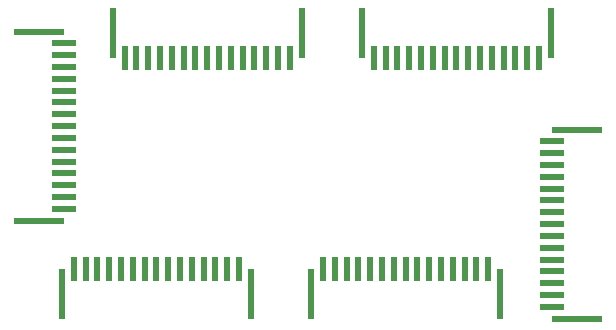
<source format=gbr>
%TF.GenerationSoftware,KiCad,Pcbnew,5.99.0-unknown-ad69e44~101~ubuntu18.04.1*%
%TF.CreationDate,2020-06-22T16:53:12+08:00*%
%TF.ProjectId,ovc4,6f766334-2e6b-4696-9361-645f70636258,rev?*%
%TF.SameCoordinates,Original*%
%TF.FileFunction,Paste,Bot*%
%TF.FilePolarity,Positive*%
%FSLAX46Y46*%
G04 Gerber Fmt 4.6, Leading zero omitted, Abs format (unit mm)*
G04 Created by KiCad (PCBNEW 5.99.0-unknown-ad69e44~101~ubuntu18.04.1) date 2020-06-22 16:53:12*
%MOMM*%
%LPD*%
G01*
G04 APERTURE LIST*
%ADD10R,0.600000X2.000000*%
%ADD11R,0.600000X4.200000*%
%ADD12R,4.200000X0.600000*%
%ADD13R,2.000000X0.600000*%
G04 APERTURE END LIST*
D10*
%TO.C,CAM1*%
X118860001Y-53767498D03*
X117860001Y-53767498D03*
X116860001Y-53767498D03*
X115860001Y-53767498D03*
X114860001Y-53767498D03*
X113860001Y-53767498D03*
X112860001Y-53767498D03*
X111860001Y-53767498D03*
X110860001Y-53767498D03*
X109860001Y-53767498D03*
X108860001Y-53767498D03*
X107860001Y-53767498D03*
X106860001Y-53767498D03*
X105860001Y-53767498D03*
D11*
X119860001Y-51667498D03*
D10*
X104860001Y-53767498D03*
D11*
X103860001Y-51667498D03*
%TD*%
%TO.C,CAM4*%
X94460001Y-73767498D03*
D10*
X93460001Y-71667498D03*
D11*
X78460001Y-73767498D03*
D10*
X92460001Y-71667498D03*
X91460001Y-71667498D03*
X90460001Y-71667498D03*
X89460001Y-71667498D03*
X88460001Y-71667498D03*
X87460001Y-71667498D03*
X86460001Y-71667498D03*
X85460001Y-71667498D03*
X84460001Y-71667498D03*
X83460001Y-71667498D03*
X82460001Y-71667498D03*
X81460001Y-71667498D03*
X80460001Y-71667498D03*
X79460001Y-71667498D03*
%TD*%
D12*
%TO.C,CAM5*%
X76560001Y-67567498D03*
D13*
X78660001Y-66567498D03*
D12*
X76560001Y-51567498D03*
D13*
X78660001Y-65567498D03*
X78660001Y-64567498D03*
X78660001Y-63567498D03*
X78660001Y-62567498D03*
X78660001Y-61567498D03*
X78660001Y-60567498D03*
X78660001Y-59567498D03*
X78660001Y-58567498D03*
X78660001Y-57567498D03*
X78660001Y-56567498D03*
X78660001Y-55567498D03*
X78660001Y-54567498D03*
X78660001Y-53567498D03*
X78660001Y-52567498D03*
%TD*%
D11*
%TO.C,CAM3*%
X82760001Y-51667498D03*
D10*
X83760001Y-53767498D03*
D11*
X98760001Y-51667498D03*
D10*
X84760001Y-53767498D03*
X85760001Y-53767498D03*
X86760001Y-53767498D03*
X87760001Y-53767498D03*
X88760001Y-53767498D03*
X89760001Y-53767498D03*
X90760001Y-53767498D03*
X91760001Y-53767498D03*
X92760001Y-53767498D03*
X93760001Y-53767498D03*
X94760001Y-53767498D03*
X95760001Y-53767498D03*
X96760001Y-53767498D03*
X97760001Y-53767498D03*
%TD*%
D11*
%TO.C,CAM2*%
X115560001Y-73767498D03*
D10*
X114560001Y-71667498D03*
D11*
X99560001Y-73767498D03*
D10*
X113560001Y-71667498D03*
X112560001Y-71667498D03*
X111560001Y-71667498D03*
X110560001Y-71667498D03*
X109560001Y-71667498D03*
X108560001Y-71667498D03*
X107560001Y-71667498D03*
X106560001Y-71667498D03*
X105560001Y-71667498D03*
X104560001Y-71667498D03*
X103560001Y-71667498D03*
X102560001Y-71667498D03*
X101560001Y-71667498D03*
X100560001Y-71667498D03*
%TD*%
D12*
%TO.C,CAM0*%
X122060001Y-59867498D03*
D13*
X119960001Y-60867498D03*
D12*
X122060001Y-75867498D03*
D13*
X119960001Y-61867498D03*
X119960001Y-62867498D03*
X119960001Y-63867498D03*
X119960001Y-64867498D03*
X119960001Y-65867498D03*
X119960001Y-66867498D03*
X119960001Y-67867498D03*
X119960001Y-68867498D03*
X119960001Y-69867498D03*
X119960001Y-70867498D03*
X119960001Y-71867498D03*
X119960001Y-72867498D03*
X119960001Y-73867498D03*
X119960001Y-74867498D03*
%TD*%
M02*

</source>
